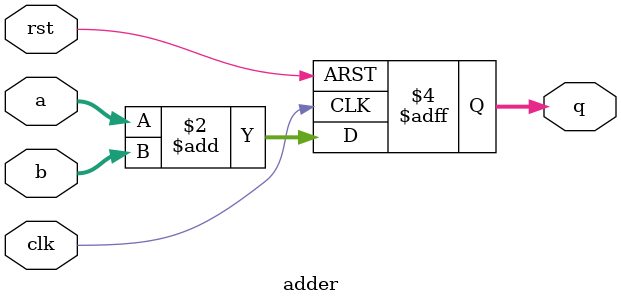
<source format=sv>


module adder(
	input logic clk,
	input logic rst,
	input logic [7:0] a,
	input logic [7:0] b,
	output logic [8:0] q
);

always_ff@( posedge clk or posedge rst )
begin: proc_sync_adder
	if ( rst ) 
		begin
			q <= '0;
		end
	else
		begin
			q <= a + b;
		end
end

initial
begin: proc_intro
	$display("Adder module says hello");
end

endmodule // adder

</source>
